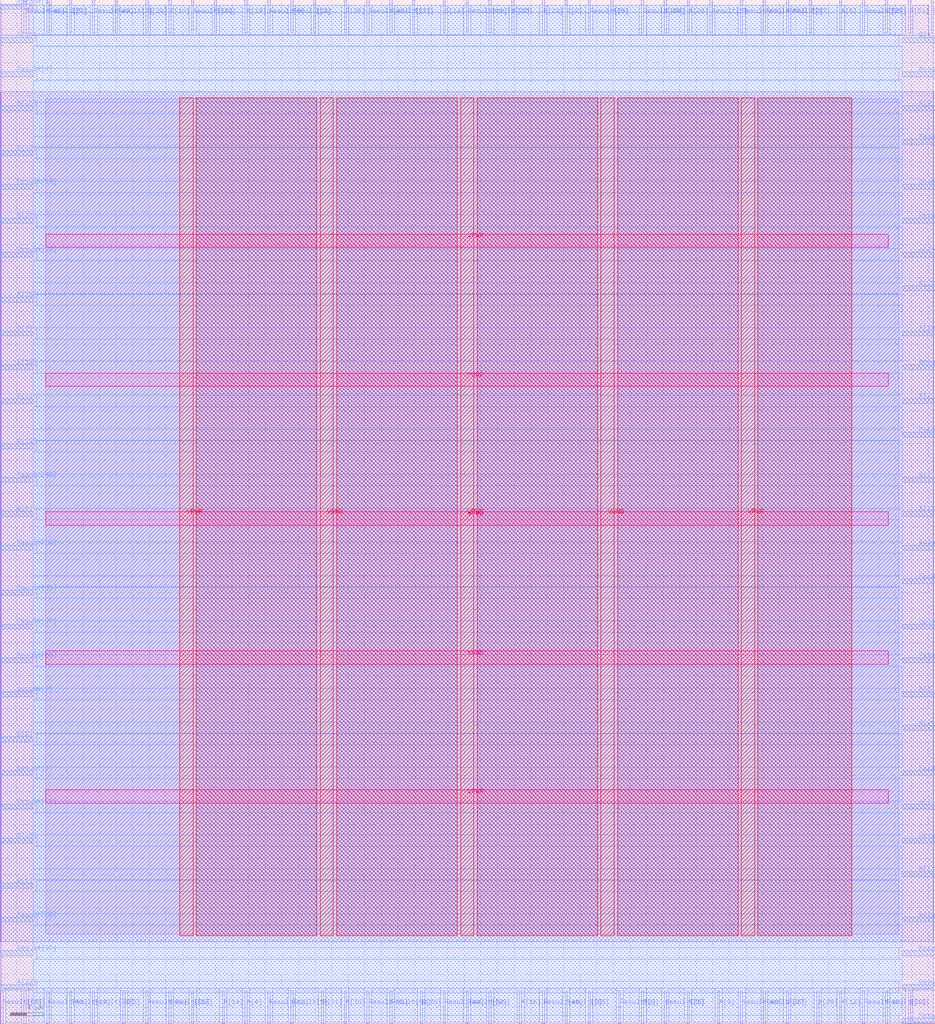
<source format=lef>
VERSION 5.7 ;
  NOWIREEXTENSIONATPIN ON ;
  DIVIDERCHAR "/" ;
  BUSBITCHARS "[]" ;
MACRO alu32
  CLASS BLOCK ;
  FOREIGN alu32 ;
  ORIGIN 0.000 0.000 ;
  SIZE 112.835 BY 123.555 ;
  PIN A[0]
    DIRECTION INPUT ;
    USE SIGNAL ;
    PORT
      LAYER met2 ;
        RECT 73.690 119.555 73.970 123.555 ;
    END
  END A[0]
  PIN A[10]
    DIRECTION INPUT ;
    USE SIGNAL ;
    PORT
      LAYER met3 ;
        RECT 108.835 83.000 112.835 83.600 ;
    END
  END A[10]
  PIN A[11]
    DIRECTION INPUT ;
    USE SIGNAL ;
    PORT
      LAYER met3 ;
        RECT 108.835 25.880 112.835 26.480 ;
    END
  END A[11]
  PIN A[12]
    DIRECTION INPUT ;
    USE SIGNAL ;
    PORT
      LAYER met2 ;
        RECT 101.290 0.000 101.570 4.000 ;
    END
  END A[12]
  PIN A[13]
    DIRECTION INPUT ;
    USE SIGNAL ;
    PORT
      LAYER met3 ;
        RECT 108.835 61.240 112.835 61.840 ;
    END
  END A[13]
  PIN A[14]
    DIRECTION INPUT ;
    USE SIGNAL ;
    PORT
      LAYER met2 ;
        RECT 26.770 0.000 27.050 4.000 ;
    END
  END A[14]
  PIN A[15]
    DIRECTION INPUT ;
    USE SIGNAL ;
    PORT
      LAYER met3 ;
        RECT 0.000 69.400 4.000 70.000 ;
    END
  END A[15]
  PIN A[16]
    DIRECTION INPUT ;
    USE SIGNAL ;
    PORT
      LAYER met2 ;
        RECT 62.650 0.000 62.930 4.000 ;
    END
  END A[16]
  PIN A[17]
    DIRECTION INPUT ;
    USE SIGNAL ;
    PORT
      LAYER met2 ;
        RECT 97.610 119.555 97.890 123.555 ;
    END
  END A[17]
  PIN A[18]
    DIRECTION INPUT ;
    USE SIGNAL ;
    PORT
      LAYER met2 ;
        RECT 29.530 119.555 29.810 123.555 ;
    END
  END A[18]
  PIN A[19]
    DIRECTION INPUT ;
    USE SIGNAL ;
    PORT
      LAYER met3 ;
        RECT 0.000 118.360 4.000 118.960 ;
    END
  END A[19]
  PIN A[1]
    DIRECTION INPUT ;
    USE SIGNAL ;
    PORT
      LAYER met2 ;
        RECT 82.890 0.000 83.170 4.000 ;
    END
  END A[1]
  PIN A[20]
    DIRECTION INPUT ;
    USE SIGNAL ;
    PORT
      LAYER met3 ;
        RECT 108.835 92.520 112.835 93.120 ;
    END
  END A[20]
  PIN A[21]
    DIRECTION INPUT ;
    USE SIGNAL ;
    PORT
      LAYER met2 ;
        RECT 109.570 119.555 109.850 123.555 ;
    END
  END A[21]
  PIN A[22]
    DIRECTION INPUT ;
    USE SIGNAL ;
    PORT
      LAYER met3 ;
        RECT 0.000 4.120 4.000 4.720 ;
    END
  END A[22]
  PIN A[23]
    DIRECTION INPUT ;
    USE SIGNAL ;
    PORT
      LAYER met3 ;
        RECT 108.835 88.440 112.835 89.040 ;
    END
  END A[23]
  PIN A[24]
    DIRECTION INPUT ;
    USE SIGNAL ;
    PORT
      LAYER met3 ;
        RECT 108.835 35.400 112.835 36.000 ;
    END
  END A[24]
  PIN A[25]
    DIRECTION INPUT ;
    USE SIGNAL ;
    PORT
      LAYER met3 ;
        RECT 0.000 87.080 4.000 87.680 ;
    END
  END A[25]
  PIN A[26]
    DIRECTION INPUT ;
    USE SIGNAL ;
    PORT
      LAYER met2 ;
        RECT 82.890 119.555 83.170 123.555 ;
    END
  END A[26]
  PIN A[27]
    DIRECTION INPUT ;
    USE SIGNAL ;
    PORT
      LAYER met2 ;
        RECT 94.850 0.000 95.130 4.000 ;
    END
  END A[27]
  PIN A[28]
    DIRECTION INPUT ;
    USE SIGNAL ;
    PORT
      LAYER met2 ;
        RECT 98.530 0.000 98.810 4.000 ;
    END
  END A[28]
  PIN A[29]
    DIRECTION INPUT ;
    USE SIGNAL ;
    PORT
      LAYER met2 ;
        RECT 58.970 0.000 59.250 4.000 ;
    END
  END A[29]
  PIN A[2]
    DIRECTION INPUT ;
    USE SIGNAL ;
    PORT
      LAYER met3 ;
        RECT 108.835 74.840 112.835 75.440 ;
    END
  END A[2]
  PIN A[30]
    DIRECTION INPUT ;
    USE SIGNAL ;
    PORT
      LAYER met2 ;
        RECT 41.490 0.000 41.770 4.000 ;
    END
  END A[30]
  PIN A[31]
    DIRECTION INPUT ;
    USE SIGNAL ;
    PORT
      LAYER met2 ;
        RECT 49.770 119.555 50.050 123.555 ;
    END
  END A[31]
  PIN A[3]
    DIRECTION INPUT ;
    USE SIGNAL ;
    PORT
      LAYER met2 ;
        RECT 86.570 0.000 86.850 4.000 ;
    END
  END A[3]
  PIN A[4]
    DIRECTION INPUT ;
    USE SIGNAL ;
    PORT
      LAYER met2 ;
        RECT 29.530 0.000 29.810 4.000 ;
    END
  END A[4]
  PIN A[5]
    DIRECTION INPUT ;
    USE SIGNAL ;
    PORT
      LAYER met2 ;
        RECT 101.290 119.555 101.570 123.555 ;
    END
  END A[5]
  PIN A[6]
    DIRECTION INPUT ;
    USE SIGNAL ;
    PORT
      LAYER met3 ;
        RECT 0.000 61.240 4.000 61.840 ;
    END
  END A[6]
  PIN A[7]
    DIRECTION INPUT ;
    USE SIGNAL ;
    PORT
      LAYER met3 ;
        RECT 108.835 65.320 112.835 65.920 ;
    END
  END A[7]
  PIN A[8]
    DIRECTION INPUT ;
    USE SIGNAL ;
    PORT
      LAYER met2 ;
        RECT 77.370 0.000 77.650 4.000 ;
    END
  END A[8]
  PIN A[9]
    DIRECTION INPUT ;
    USE SIGNAL ;
    PORT
      LAYER met3 ;
        RECT 108.835 110.200 112.835 110.800 ;
    END
  END A[9]
  PIN B[0]
    DIRECTION INPUT ;
    USE SIGNAL ;
    PORT
      LAYER met3 ;
        RECT 108.835 39.480 112.835 40.080 ;
    END
  END B[0]
  PIN B[10]
    DIRECTION INPUT ;
    USE SIGNAL ;
    PORT
      LAYER met2 ;
        RECT 20.330 119.555 20.610 123.555 ;
    END
  END B[10]
  PIN B[11]
    DIRECTION INPUT ;
    USE SIGNAL ;
    PORT
      LAYER met3 ;
        RECT 108.835 118.360 112.835 118.960 ;
    END
  END B[11]
  PIN B[12]
    DIRECTION INPUT ;
    USE SIGNAL ;
    PORT
      LAYER met2 ;
        RECT 109.570 0.000 109.850 4.000 ;
    END
  END B[12]
  PIN B[13]
    DIRECTION INPUT ;
    USE SIGNAL ;
    PORT
      LAYER met3 ;
        RECT 108.835 17.720 112.835 18.320 ;
    END
  END B[13]
  PIN B[14]
    DIRECTION INPUT ;
    USE SIGNAL ;
    PORT
      LAYER met2 ;
        RECT 53.450 119.555 53.730 123.555 ;
    END
  END B[14]
  PIN B[15]
    DIRECTION INPUT ;
    USE SIGNAL ;
    PORT
      LAYER met3 ;
        RECT 0.000 78.920 4.000 79.520 ;
    END
  END B[15]
  PIN B[16]
    DIRECTION INPUT ;
    USE SIGNAL ;
    PORT
      LAYER met3 ;
        RECT 0.000 110.200 4.000 110.800 ;
    END
  END B[16]
  PIN B[17]
    DIRECTION INPUT ;
    USE SIGNAL ;
    PORT
      LAYER met3 ;
        RECT 0.000 104.760 4.000 105.360 ;
    END
  END B[17]
  PIN B[18]
    DIRECTION INPUT ;
    USE SIGNAL ;
    PORT
      LAYER met3 ;
        RECT 0.000 21.800 4.000 22.400 ;
    END
  END B[18]
  PIN B[19]
    DIRECTION INPUT ;
    USE SIGNAL ;
    PORT
      LAYER met2 ;
        RECT 65.410 119.555 65.690 123.555 ;
    END
  END B[19]
  PIN B[1]
    DIRECTION INPUT ;
    USE SIGNAL ;
    PORT
      LAYER met3 ;
        RECT 0.000 74.840 4.000 75.440 ;
    END
  END B[1]
  PIN B[20]
    DIRECTION INPUT ;
    USE SIGNAL ;
    PORT
      LAYER met2 ;
        RECT 50.690 0.000 50.970 4.000 ;
    END
  END B[20]
  PIN B[21]
    DIRECTION INPUT ;
    USE SIGNAL ;
    PORT
      LAYER met2 ;
        RECT 25.850 119.555 26.130 123.555 ;
    END
  END B[21]
  PIN B[22]
    DIRECTION INPUT ;
    USE SIGNAL ;
    PORT
      LAYER met2 ;
        RECT 23.090 0.000 23.370 4.000 ;
    END
  END B[22]
  PIN B[23]
    DIRECTION INPUT ;
    USE SIGNAL ;
    PORT
      LAYER met2 ;
        RECT 2.850 0.000 3.130 4.000 ;
    END
  END B[23]
  PIN B[24]
    DIRECTION INPUT ;
    USE SIGNAL ;
    PORT
      LAYER met2 ;
        RECT 80.130 119.555 80.410 123.555 ;
    END
  END B[24]
  PIN B[25]
    DIRECTION INPUT ;
    USE SIGNAL ;
    PORT
      LAYER met2 ;
        RECT 70.930 0.000 71.210 4.000 ;
    END
  END B[25]
  PIN B[26]
    DIRECTION INPUT ;
    USE SIGNAL ;
    PORT
      LAYER met2 ;
        RECT 106.810 119.555 107.090 123.555 ;
    END
  END B[26]
  PIN B[27]
    DIRECTION INPUT ;
    USE SIGNAL ;
    PORT
      LAYER met3 ;
        RECT 0.000 96.600 4.000 97.200 ;
    END
  END B[27]
  PIN B[28]
    DIRECTION INPUT ;
    USE SIGNAL ;
    PORT
      LAYER met2 ;
        RECT 41.490 119.555 41.770 123.555 ;
    END
  END B[28]
  PIN B[29]
    DIRECTION INPUT ;
    USE SIGNAL ;
    PORT
      LAYER met2 ;
        RECT 17.570 119.555 17.850 123.555 ;
    END
  END B[29]
  PIN B[2]
    DIRECTION INPUT ;
    USE SIGNAL ;
    PORT
      LAYER met2 ;
        RECT 37.810 119.555 38.090 123.555 ;
    END
  END B[2]
  PIN B[30]
    DIRECTION INPUT ;
    USE SIGNAL ;
    PORT
      LAYER met2 ;
        RECT 61.730 119.555 62.010 123.555 ;
    END
  END B[30]
  PIN B[31]
    DIRECTION INPUT ;
    USE SIGNAL ;
    PORT
      LAYER met2 ;
        RECT 38.730 0.000 39.010 4.000 ;
    END
  END B[31]
  PIN B[3]
    DIRECTION INPUT ;
    USE SIGNAL ;
    PORT
      LAYER met2 ;
        RECT 14.810 0.000 15.090 4.000 ;
    END
  END B[3]
  PIN B[4]
    DIRECTION INPUT ;
    USE SIGNAL ;
    PORT
      LAYER met2 ;
        RECT 112.330 119.555 112.610 123.555 ;
    END
  END B[4]
  PIN B[5]
    DIRECTION INPUT ;
    USE SIGNAL ;
    PORT
      LAYER met2 ;
        RECT 8.370 119.555 8.650 123.555 ;
    END
  END B[5]
  PIN B[6]
    DIRECTION INPUT ;
    USE SIGNAL ;
    PORT
      LAYER met3 ;
        RECT 0.000 16.360 4.000 16.960 ;
    END
  END B[6]
  PIN B[7]
    DIRECTION INPUT ;
    USE SIGNAL ;
    PORT
      LAYER met3 ;
        RECT 0.000 83.000 4.000 83.600 ;
    END
  END B[7]
  PIN B[8]
    DIRECTION INPUT ;
    USE SIGNAL ;
    PORT
      LAYER met3 ;
        RECT 0.000 34.040 4.000 34.640 ;
    END
  END B[8]
  PIN B[9]
    DIRECTION INPUT ;
    USE SIGNAL ;
    PORT
      LAYER met2 ;
        RECT 68.170 119.555 68.450 123.555 ;
    END
  END B[9]
  PIN Enable
    DIRECTION INPUT ;
    USE SIGNAL ;
    PORT
      LAYER met3 ;
        RECT 108.835 100.680 112.835 101.280 ;
    END
  END Enable
  PIN Result[0]
    DIRECTION OUTPUT TRISTATE ;
    USE SIGNAL ;
    PORT
      LAYER met2 ;
        RECT 94.850 119.555 95.130 123.555 ;
    END
  END Result[0]
  PIN Result[10]
    DIRECTION OUTPUT TRISTATE ;
    USE SIGNAL ;
    PORT
      LAYER met2 ;
        RECT 23.090 119.555 23.370 123.555 ;
    END
  END Result[10]
  PIN Result[11]
    DIRECTION OUTPUT TRISTATE ;
    USE SIGNAL ;
    PORT
      LAYER met2 ;
        RECT 47.010 119.555 47.290 123.555 ;
    END
  END Result[11]
  PIN Result[12]
    DIRECTION OUTPUT TRISTATE ;
    USE SIGNAL ;
    PORT
      LAYER met2 ;
        RECT 56.210 119.555 56.490 123.555 ;
    END
  END Result[12]
  PIN Result[13]
    DIRECTION OUTPUT TRISTATE ;
    USE SIGNAL ;
    PORT
      LAYER met2 ;
        RECT 32.290 0.000 32.570 4.000 ;
    END
  END Result[13]
  PIN Result[14]
    DIRECTION OUTPUT TRISTATE ;
    USE SIGNAL ;
    PORT
      LAYER met2 ;
        RECT 35.050 119.555 35.330 123.555 ;
    END
  END Result[14]
  PIN Result[15]
    DIRECTION OUTPUT TRISTATE ;
    USE SIGNAL ;
    PORT
      LAYER met3 ;
        RECT 108.835 21.800 112.835 22.400 ;
    END
  END Result[15]
  PIN Result[16]
    DIRECTION OUTPUT TRISTATE ;
    USE SIGNAL ;
    PORT
      LAYER met3 ;
        RECT 0.000 100.680 4.000 101.280 ;
    END
  END Result[16]
  PIN Result[17]
    DIRECTION OUTPUT TRISTATE ;
    USE SIGNAL ;
    PORT
      LAYER met2 ;
        RECT 8.370 0.000 8.650 4.000 ;
    END
  END Result[17]
  PIN Result[18]
    DIRECTION OUTPUT TRISTATE ;
    USE SIGNAL ;
    PORT
      LAYER met2 ;
        RECT 104.050 0.000 104.330 4.000 ;
    END
  END Result[18]
  PIN Result[19]
    DIRECTION OUTPUT TRISTATE ;
    USE SIGNAL ;
    PORT
      LAYER met3 ;
        RECT 108.835 29.960 112.835 30.560 ;
    END
  END Result[19]
  PIN Result[1]
    DIRECTION OUTPUT TRISTATE ;
    USE SIGNAL ;
    PORT
      LAYER met3 ;
        RECT 0.000 29.960 4.000 30.560 ;
    END
  END Result[1]
  PIN Result[20]
    DIRECTION OUTPUT TRISTATE ;
    USE SIGNAL ;
    PORT
      LAYER met3 ;
        RECT 108.835 8.200 112.835 8.800 ;
    END
  END Result[20]
  PIN Result[21]
    DIRECTION OUTPUT TRISTATE ;
    USE SIGNAL ;
    PORT
      LAYER met3 ;
        RECT 0.000 25.880 4.000 26.480 ;
    END
  END Result[21]
  PIN Result[22]
    DIRECTION OUTPUT TRISTATE ;
    USE SIGNAL ;
    PORT
      LAYER met2 ;
        RECT 44.250 0.000 44.530 4.000 ;
    END
  END Result[22]
  PIN Result[23]
    DIRECTION OUTPUT TRISTATE ;
    USE SIGNAL ;
    PORT
      LAYER met3 ;
        RECT 108.835 53.080 112.835 53.680 ;
    END
  END Result[23]
  PIN Result[24]
    DIRECTION OUTPUT TRISTATE ;
    USE SIGNAL ;
    PORT
      LAYER met3 ;
        RECT 108.835 114.280 112.835 114.880 ;
    END
  END Result[24]
  PIN Result[25]
    DIRECTION OUTPUT TRISTATE ;
    USE SIGNAL ;
    PORT
      LAYER met2 ;
        RECT 20.330 0.000 20.610 4.000 ;
    END
  END Result[25]
  PIN Result[26]
    DIRECTION OUTPUT TRISTATE ;
    USE SIGNAL ;
    PORT
      LAYER met3 ;
        RECT 108.835 0.040 112.835 0.640 ;
    END
  END Result[26]
  PIN Result[27]
    DIRECTION OUTPUT TRISTATE ;
    USE SIGNAL ;
    PORT
      LAYER met3 ;
        RECT 0.000 47.640 4.000 48.240 ;
    END
  END Result[27]
  PIN Result[28]
    DIRECTION OUTPUT TRISTATE ;
    USE SIGNAL ;
    PORT
      LAYER met2 ;
        RECT 92.090 0.000 92.370 4.000 ;
    END
  END Result[28]
  PIN Result[29]
    DIRECTION OUTPUT TRISTATE ;
    USE SIGNAL ;
    PORT
      LAYER met2 ;
        RECT 58.970 119.555 59.250 123.555 ;
    END
  END Result[29]
  PIN Result[2]
    DIRECTION OUTPUT TRISTATE ;
    USE SIGNAL ;
    PORT
      LAYER met2 ;
        RECT 74.610 0.000 74.890 4.000 ;
    END
  END Result[2]
  PIN Result[30]
    DIRECTION OUTPUT TRISTATE ;
    USE SIGNAL ;
    PORT
      LAYER met2 ;
        RECT 11.130 0.000 11.410 4.000 ;
    END
  END Result[30]
  PIN Result[31]
    DIRECTION OUTPUT TRISTATE ;
    USE SIGNAL ;
    PORT
      LAYER met3 ;
        RECT 0.000 51.720 4.000 52.320 ;
    END
  END Result[31]
  PIN Result[32]
    DIRECTION OUTPUT TRISTATE ;
    USE SIGNAL ;
    PORT
      LAYER met2 ;
        RECT 106.810 0.000 107.090 4.000 ;
    END
  END Result[32]
  PIN Result[33]
    DIRECTION OUTPUT TRISTATE ;
    USE SIGNAL ;
    PORT
      LAYER met3 ;
        RECT 108.835 78.920 112.835 79.520 ;
    END
  END Result[33]
  PIN Result[34]
    DIRECTION OUTPUT TRISTATE ;
    USE SIGNAL ;
    PORT
      LAYER met3 ;
        RECT 108.835 43.560 112.835 44.160 ;
    END
  END Result[34]
  PIN Result[35]
    DIRECTION OUTPUT TRISTATE ;
    USE SIGNAL ;
    PORT
      LAYER met2 ;
        RECT 80.130 0.000 80.410 4.000 ;
    END
  END Result[35]
  PIN Result[36]
    DIRECTION OUTPUT TRISTATE ;
    USE SIGNAL ;
    PORT
      LAYER met3 ;
        RECT 0.000 92.520 4.000 93.120 ;
    END
  END Result[36]
  PIN Result[37]
    DIRECTION OUTPUT TRISTATE ;
    USE SIGNAL ;
    PORT
      LAYER met3 ;
        RECT 108.835 12.280 112.835 12.880 ;
    END
  END Result[37]
  PIN Result[38]
    DIRECTION OUTPUT TRISTATE ;
    USE SIGNAL ;
    PORT
      LAYER met3 ;
        RECT 0.000 8.200 4.000 8.800 ;
    END
  END Result[38]
  PIN Result[39]
    DIRECTION OUTPUT TRISTATE ;
    USE SIGNAL ;
    PORT
      LAYER met3 ;
        RECT 108.835 57.160 112.835 57.760 ;
    END
  END Result[39]
  PIN Result[3]
    DIRECTION OUTPUT TRISTATE ;
    USE SIGNAL ;
    PORT
      LAYER met3 ;
        RECT 108.835 96.600 112.835 97.200 ;
    END
  END Result[3]
  PIN Result[40]
    DIRECTION OUTPUT TRISTATE ;
    USE SIGNAL ;
    PORT
      LAYER met2 ;
        RECT 89.330 0.000 89.610 4.000 ;
    END
  END Result[40]
  PIN Result[41]
    DIRECTION OUTPUT TRISTATE ;
    USE SIGNAL ;
    PORT
      LAYER met3 ;
        RECT 108.835 106.120 112.835 106.720 ;
    END
  END Result[41]
  PIN Result[42]
    DIRECTION OUTPUT TRISTATE ;
    USE SIGNAL ;
    PORT
      LAYER met2 ;
        RECT 2.850 119.555 3.130 123.555 ;
    END
  END Result[42]
  PIN Result[43]
    DIRECTION OUTPUT TRISTATE ;
    USE SIGNAL ;
    PORT
      LAYER met3 ;
        RECT 0.000 65.320 4.000 65.920 ;
    END
  END Result[43]
  PIN Result[44]
    DIRECTION OUTPUT TRISTATE ;
    USE SIGNAL ;
    PORT
      LAYER met2 ;
        RECT 53.450 0.000 53.730 4.000 ;
    END
  END Result[44]
  PIN Result[45]
    DIRECTION OUTPUT TRISTATE ;
    USE SIGNAL ;
    PORT
      LAYER met2 ;
        RECT 0.090 0.000 0.370 4.000 ;
    END
  END Result[45]
  PIN Result[46]
    DIRECTION OUTPUT TRISTATE ;
    USE SIGNAL ;
    PORT
      LAYER met2 ;
        RECT 65.410 0.000 65.690 4.000 ;
    END
  END Result[46]
  PIN Result[47]
    DIRECTION OUTPUT TRISTATE ;
    USE SIGNAL ;
    PORT
      LAYER met2 ;
        RECT 11.130 119.555 11.410 123.555 ;
    END
  END Result[47]
  PIN Result[48]
    DIRECTION OUTPUT TRISTATE ;
    USE SIGNAL ;
    PORT
      LAYER met2 ;
        RECT 44.250 119.555 44.530 123.555 ;
    END
  END Result[48]
  PIN Result[49]
    DIRECTION OUTPUT TRISTATE ;
    USE SIGNAL ;
    PORT
      LAYER met2 ;
        RECT 77.370 119.555 77.650 123.555 ;
    END
  END Result[49]
  PIN Result[4]
    DIRECTION OUTPUT TRISTATE ;
    USE SIGNAL ;
    PORT
      LAYER met3 ;
        RECT 0.000 114.280 4.000 114.880 ;
    END
  END Result[4]
  PIN Result[50]
    DIRECTION OUTPUT TRISTATE ;
    USE SIGNAL ;
    PORT
      LAYER met3 ;
        RECT 0.000 57.160 4.000 57.760 ;
    END
  END Result[50]
  PIN Result[51]
    DIRECTION OUTPUT TRISTATE ;
    USE SIGNAL ;
    PORT
      LAYER met2 ;
        RECT 5.610 0.000 5.890 4.000 ;
    END
  END Result[51]
  PIN Result[52]
    DIRECTION OUTPUT TRISTATE ;
    USE SIGNAL ;
    PORT
      LAYER met2 ;
        RECT 92.090 119.555 92.370 123.555 ;
    END
  END Result[52]
  PIN Result[53]
    DIRECTION OUTPUT TRISTATE ;
    USE SIGNAL ;
    PORT
      LAYER met2 ;
        RECT 70.930 119.555 71.210 123.555 ;
    END
  END Result[53]
  PIN Result[54]
    DIRECTION OUTPUT TRISTATE ;
    USE SIGNAL ;
    PORT
      LAYER met2 ;
        RECT 47.010 0.000 47.290 4.000 ;
    END
  END Result[54]
  PIN Result[55]
    DIRECTION OUTPUT TRISTATE ;
    USE SIGNAL ;
    PORT
      LAYER met2 ;
        RECT 104.050 119.555 104.330 123.555 ;
    END
  END Result[55]
  PIN Result[56]
    DIRECTION OUTPUT TRISTATE ;
    USE SIGNAL ;
    PORT
      LAYER met3 ;
        RECT 108.835 4.120 112.835 4.720 ;
    END
  END Result[56]
  PIN Result[57]
    DIRECTION OUTPUT TRISTATE ;
    USE SIGNAL ;
    PORT
      LAYER met2 ;
        RECT 5.610 119.555 5.890 123.555 ;
    END
  END Result[57]
  PIN Result[58]
    DIRECTION OUTPUT TRISTATE ;
    USE SIGNAL ;
    PORT
      LAYER met3 ;
        RECT 0.000 43.560 4.000 44.160 ;
    END
  END Result[58]
  PIN Result[59]
    DIRECTION OUTPUT TRISTATE ;
    USE SIGNAL ;
    PORT
      LAYER met2 ;
        RECT 17.570 0.000 17.850 4.000 ;
    END
  END Result[59]
  PIN Result[5]
    DIRECTION OUTPUT TRISTATE ;
    USE SIGNAL ;
    PORT
      LAYER met2 ;
        RECT 35.050 0.000 35.330 4.000 ;
    END
  END Result[5]
  PIN Result[60]
    DIRECTION OUTPUT TRISTATE ;
    USE SIGNAL ;
    PORT
      LAYER met3 ;
        RECT 0.000 12.280 4.000 12.880 ;
    END
  END Result[60]
  PIN Result[61]
    DIRECTION OUTPUT TRISTATE ;
    USE SIGNAL ;
    PORT
      LAYER met3 ;
        RECT 108.835 70.760 112.835 71.360 ;
    END
  END Result[61]
  PIN Result[62]
    DIRECTION OUTPUT TRISTATE ;
    USE SIGNAL ;
    PORT
      LAYER met2 ;
        RECT 56.210 0.000 56.490 4.000 ;
    END
  END Result[62]
  PIN Result[63]
    DIRECTION OUTPUT TRISTATE ;
    USE SIGNAL ;
    PORT
      LAYER met2 ;
        RECT 89.330 119.555 89.610 123.555 ;
    END
  END Result[63]
  PIN Result[6]
    DIRECTION OUTPUT TRISTATE ;
    USE SIGNAL ;
    PORT
      LAYER met2 ;
        RECT 85.650 119.555 85.930 123.555 ;
    END
  END Result[6]
  PIN Result[7]
    DIRECTION OUTPUT TRISTATE ;
    USE SIGNAL ;
    PORT
      LAYER met2 ;
        RECT 13.890 119.555 14.170 123.555 ;
    END
  END Result[7]
  PIN Result[8]
    DIRECTION OUTPUT TRISTATE ;
    USE SIGNAL ;
    PORT
      LAYER met2 ;
        RECT 32.290 119.555 32.570 123.555 ;
    END
  END Result[8]
  PIN Result[9]
    DIRECTION OUTPUT TRISTATE ;
    USE SIGNAL ;
    PORT
      LAYER met2 ;
        RECT 68.170 0.000 68.450 4.000 ;
    END
  END Result[9]
  PIN VGND
    DIRECTION INPUT ;
    USE GROUND ;
    PORT
      LAYER met5 ;
        RECT 5.520 43.385 107.180 44.985 ;
    END
    PORT
      LAYER met5 ;
        RECT 5.520 76.930 107.180 78.530 ;
    END
    PORT
      LAYER met4 ;
        RECT 38.605 10.640 40.205 111.760 ;
    END
    PORT
      LAYER met4 ;
        RECT 72.490 10.640 74.090 111.760 ;
    END
  END VGND
  PIN VPWR
    DIRECTION INPUT ;
    USE POWER ;
    PORT
      LAYER met5 ;
        RECT 5.520 26.615 107.180 28.215 ;
    END
    PORT
      LAYER met5 ;
        RECT 5.520 60.160 107.180 61.760 ;
    END
    PORT
      LAYER met5 ;
        RECT 5.520 93.705 107.180 95.305 ;
    END
    PORT
      LAYER met4 ;
        RECT 21.665 10.640 23.265 111.760 ;
    END
    PORT
      LAYER met4 ;
        RECT 55.550 10.640 57.150 111.760 ;
    END
    PORT
      LAYER met4 ;
        RECT 89.435 10.640 91.035 111.760 ;
    END
  END VPWR
  PIN opcode[0]
    DIRECTION INPUT ;
    USE SIGNAL ;
    PORT
      LAYER met3 ;
        RECT 0.000 39.480 4.000 40.080 ;
    END
  END opcode[0]
  PIN opcode[1]
    DIRECTION INPUT ;
    USE SIGNAL ;
    PORT
      LAYER met3 ;
        RECT 0.000 122.440 4.000 123.040 ;
    END
  END opcode[1]
  PIN opcode[2]
    DIRECTION INPUT ;
    USE SIGNAL ;
    PORT
      LAYER met3 ;
        RECT 108.835 47.640 112.835 48.240 ;
    END
  END opcode[2]
  OBS
      LAYER li1 ;
        RECT 5.520 10.795 108.415 111.605 ;
      LAYER met1 ;
        RECT 0.070 9.900 112.630 112.500 ;
      LAYER met2 ;
        RECT 0.100 119.275 2.570 122.925 ;
        RECT 3.410 119.275 5.330 122.925 ;
        RECT 6.170 119.275 8.090 122.925 ;
        RECT 8.930 119.275 10.850 122.925 ;
        RECT 11.690 119.275 13.610 122.925 ;
        RECT 14.450 119.275 17.290 122.925 ;
        RECT 18.130 119.275 20.050 122.925 ;
        RECT 20.890 119.275 22.810 122.925 ;
        RECT 23.650 119.275 25.570 122.925 ;
        RECT 26.410 119.275 29.250 122.925 ;
        RECT 30.090 119.275 32.010 122.925 ;
        RECT 32.850 119.275 34.770 122.925 ;
        RECT 35.610 119.275 37.530 122.925 ;
        RECT 38.370 119.275 41.210 122.925 ;
        RECT 42.050 119.275 43.970 122.925 ;
        RECT 44.810 119.275 46.730 122.925 ;
        RECT 47.570 119.275 49.490 122.925 ;
        RECT 50.330 119.275 53.170 122.925 ;
        RECT 54.010 119.275 55.930 122.925 ;
        RECT 56.770 119.275 58.690 122.925 ;
        RECT 59.530 119.275 61.450 122.925 ;
        RECT 62.290 119.275 65.130 122.925 ;
        RECT 65.970 119.275 67.890 122.925 ;
        RECT 68.730 119.275 70.650 122.925 ;
        RECT 71.490 119.275 73.410 122.925 ;
        RECT 74.250 119.275 77.090 122.925 ;
        RECT 77.930 119.275 79.850 122.925 ;
        RECT 80.690 119.275 82.610 122.925 ;
        RECT 83.450 119.275 85.370 122.925 ;
        RECT 86.210 119.275 89.050 122.925 ;
        RECT 89.890 119.275 91.810 122.925 ;
        RECT 92.650 119.275 94.570 122.925 ;
        RECT 95.410 119.275 97.330 122.925 ;
        RECT 98.170 119.275 101.010 122.925 ;
        RECT 101.850 119.275 103.770 122.925 ;
        RECT 104.610 119.275 106.530 122.925 ;
        RECT 107.370 119.275 109.290 122.925 ;
        RECT 110.130 119.275 112.050 122.925 ;
        RECT 0.100 4.280 112.600 119.275 ;
        RECT 0.650 0.155 2.570 4.280 ;
        RECT 3.410 0.155 5.330 4.280 ;
        RECT 6.170 0.155 8.090 4.280 ;
        RECT 8.930 0.155 10.850 4.280 ;
        RECT 11.690 0.155 14.530 4.280 ;
        RECT 15.370 0.155 17.290 4.280 ;
        RECT 18.130 0.155 20.050 4.280 ;
        RECT 20.890 0.155 22.810 4.280 ;
        RECT 23.650 0.155 26.490 4.280 ;
        RECT 27.330 0.155 29.250 4.280 ;
        RECT 30.090 0.155 32.010 4.280 ;
        RECT 32.850 0.155 34.770 4.280 ;
        RECT 35.610 0.155 38.450 4.280 ;
        RECT 39.290 0.155 41.210 4.280 ;
        RECT 42.050 0.155 43.970 4.280 ;
        RECT 44.810 0.155 46.730 4.280 ;
        RECT 47.570 0.155 50.410 4.280 ;
        RECT 51.250 0.155 53.170 4.280 ;
        RECT 54.010 0.155 55.930 4.280 ;
        RECT 56.770 0.155 58.690 4.280 ;
        RECT 59.530 0.155 62.370 4.280 ;
        RECT 63.210 0.155 65.130 4.280 ;
        RECT 65.970 0.155 67.890 4.280 ;
        RECT 68.730 0.155 70.650 4.280 ;
        RECT 71.490 0.155 74.330 4.280 ;
        RECT 75.170 0.155 77.090 4.280 ;
        RECT 77.930 0.155 79.850 4.280 ;
        RECT 80.690 0.155 82.610 4.280 ;
        RECT 83.450 0.155 86.290 4.280 ;
        RECT 87.130 0.155 89.050 4.280 ;
        RECT 89.890 0.155 91.810 4.280 ;
        RECT 92.650 0.155 94.570 4.280 ;
        RECT 95.410 0.155 98.250 4.280 ;
        RECT 99.090 0.155 101.010 4.280 ;
        RECT 101.850 0.155 103.770 4.280 ;
        RECT 104.610 0.155 106.530 4.280 ;
        RECT 107.370 0.155 109.290 4.280 ;
        RECT 110.130 0.155 112.600 4.280 ;
      LAYER met3 ;
        RECT 4.400 122.040 108.835 122.905 ;
        RECT 4.000 119.360 108.835 122.040 ;
        RECT 4.400 117.960 108.435 119.360 ;
        RECT 4.000 115.280 108.835 117.960 ;
        RECT 4.400 113.880 108.435 115.280 ;
        RECT 4.000 111.200 108.835 113.880 ;
        RECT 4.400 109.800 108.435 111.200 ;
        RECT 4.000 107.120 108.835 109.800 ;
        RECT 4.000 105.760 108.435 107.120 ;
        RECT 4.400 105.720 108.435 105.760 ;
        RECT 4.400 104.360 108.835 105.720 ;
        RECT 4.000 101.680 108.835 104.360 ;
        RECT 4.400 100.280 108.435 101.680 ;
        RECT 4.000 97.600 108.835 100.280 ;
        RECT 4.400 96.200 108.435 97.600 ;
        RECT 4.000 93.520 108.835 96.200 ;
        RECT 4.400 92.120 108.435 93.520 ;
        RECT 4.000 89.440 108.835 92.120 ;
        RECT 4.000 88.080 108.435 89.440 ;
        RECT 4.400 88.040 108.435 88.080 ;
        RECT 4.400 86.680 108.835 88.040 ;
        RECT 4.000 84.000 108.835 86.680 ;
        RECT 4.400 82.600 108.435 84.000 ;
        RECT 4.000 79.920 108.835 82.600 ;
        RECT 4.400 78.520 108.435 79.920 ;
        RECT 4.000 75.840 108.835 78.520 ;
        RECT 4.400 74.440 108.435 75.840 ;
        RECT 4.000 71.760 108.835 74.440 ;
        RECT 4.000 70.400 108.435 71.760 ;
        RECT 4.400 70.360 108.435 70.400 ;
        RECT 4.400 69.000 108.835 70.360 ;
        RECT 4.000 66.320 108.835 69.000 ;
        RECT 4.400 64.920 108.435 66.320 ;
        RECT 4.000 62.240 108.835 64.920 ;
        RECT 4.400 60.840 108.435 62.240 ;
        RECT 4.000 58.160 108.835 60.840 ;
        RECT 4.400 56.760 108.435 58.160 ;
        RECT 4.000 54.080 108.835 56.760 ;
        RECT 4.000 52.720 108.435 54.080 ;
        RECT 4.400 52.680 108.435 52.720 ;
        RECT 4.400 51.320 108.835 52.680 ;
        RECT 4.000 48.640 108.835 51.320 ;
        RECT 4.400 47.240 108.435 48.640 ;
        RECT 4.000 44.560 108.835 47.240 ;
        RECT 4.400 43.160 108.435 44.560 ;
        RECT 4.000 40.480 108.835 43.160 ;
        RECT 4.400 39.080 108.435 40.480 ;
        RECT 4.000 36.400 108.835 39.080 ;
        RECT 4.000 35.040 108.435 36.400 ;
        RECT 4.400 35.000 108.435 35.040 ;
        RECT 4.400 33.640 108.835 35.000 ;
        RECT 4.000 30.960 108.835 33.640 ;
        RECT 4.400 29.560 108.435 30.960 ;
        RECT 4.000 26.880 108.835 29.560 ;
        RECT 4.400 25.480 108.435 26.880 ;
        RECT 4.000 22.800 108.835 25.480 ;
        RECT 4.400 21.400 108.435 22.800 ;
        RECT 4.000 18.720 108.835 21.400 ;
        RECT 4.000 17.360 108.435 18.720 ;
        RECT 4.400 17.320 108.435 17.360 ;
        RECT 4.400 15.960 108.835 17.320 ;
        RECT 4.000 13.280 108.835 15.960 ;
        RECT 4.400 11.880 108.435 13.280 ;
        RECT 4.000 9.200 108.835 11.880 ;
        RECT 4.400 7.800 108.435 9.200 ;
        RECT 4.000 5.120 108.835 7.800 ;
        RECT 4.400 3.720 108.435 5.120 ;
        RECT 4.000 1.040 108.835 3.720 ;
        RECT 4.000 0.175 108.435 1.040 ;
      LAYER met4 ;
        RECT 23.665 10.640 38.205 111.760 ;
        RECT 40.605 10.640 55.150 111.760 ;
        RECT 57.550 10.640 72.090 111.760 ;
        RECT 74.490 10.640 89.035 111.760 ;
        RECT 91.435 10.640 102.745 111.760 ;
  END
END alu32
END LIBRARY


</source>
